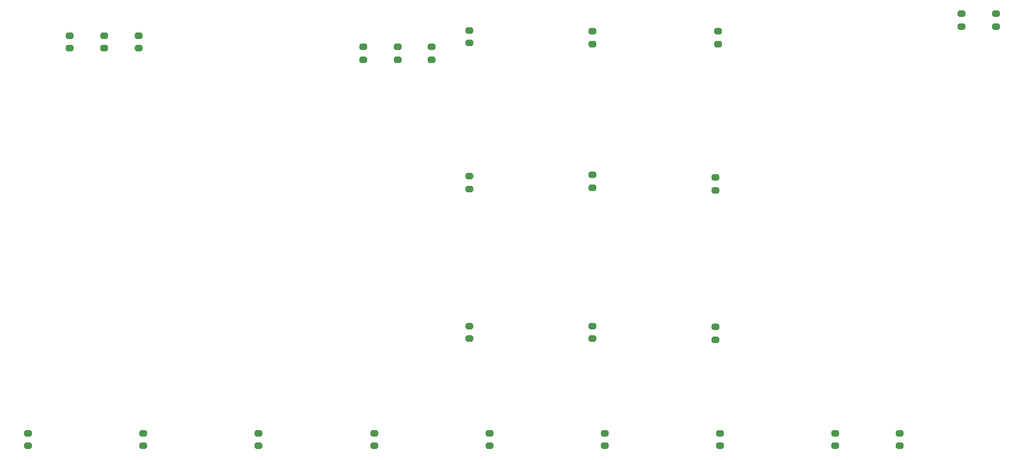
<source format=gbp>
G04 #@! TF.GenerationSoftware,KiCad,Pcbnew,8.0.2*
G04 #@! TF.CreationDate,2024-05-04T10:06:42+05:30*
G04 #@! TF.ProjectId,macroglider,6d616372-6f67-46c6-9964-65722e6b6963,V1*
G04 #@! TF.SameCoordinates,Original*
G04 #@! TF.FileFunction,Paste,Bot*
G04 #@! TF.FilePolarity,Positive*
%FSLAX46Y46*%
G04 Gerber Fmt 4.6, Leading zero omitted, Abs format (unit mm)*
G04 Created by KiCad (PCBNEW 8.0.2) date 2024-05-04 10:06:42*
%MOMM*%
%LPD*%
G01*
G04 APERTURE LIST*
G04 Aperture macros list*
%AMRoundRect*
0 Rectangle with rounded corners*
0 $1 Rounding radius*
0 $2 $3 $4 $5 $6 $7 $8 $9 X,Y pos of 4 corners*
0 Add a 4 corners polygon primitive as box body*
4,1,4,$2,$3,$4,$5,$6,$7,$8,$9,$2,$3,0*
0 Add four circle primitives for the rounded corners*
1,1,$1+$1,$2,$3*
1,1,$1+$1,$4,$5*
1,1,$1+$1,$6,$7*
1,1,$1+$1,$8,$9*
0 Add four rect primitives between the rounded corners*
20,1,$1+$1,$2,$3,$4,$5,0*
20,1,$1+$1,$4,$5,$6,$7,0*
20,1,$1+$1,$6,$7,$8,$9,0*
20,1,$1+$1,$8,$9,$2,$3,0*%
G04 Aperture macros list end*
%ADD10RoundRect,0.200000X0.275000X-0.200000X0.275000X0.200000X-0.275000X0.200000X-0.275000X-0.200000X0*%
G04 APERTURE END LIST*
D10*
X172000000Y-62950000D03*
X172000000Y-64600000D03*
X156000000Y-62850000D03*
X156000000Y-64500000D03*
X188000000Y-82025000D03*
X188000000Y-83675000D03*
X156000000Y-81850000D03*
X156000000Y-83500000D03*
X113600000Y-115350000D03*
X113600000Y-117000000D03*
X151100000Y-65000000D03*
X151100000Y-66650000D03*
X156000000Y-101350000D03*
X156000000Y-103000000D03*
X172000000Y-81700000D03*
X172000000Y-83350000D03*
X224500000Y-60675000D03*
X224500000Y-62325000D03*
X158600000Y-115350000D03*
X158600000Y-117000000D03*
X142200000Y-65000000D03*
X142200000Y-66650000D03*
X98600000Y-115350000D03*
X98600000Y-117000000D03*
X113000000Y-63500000D03*
X113000000Y-65150000D03*
X173600000Y-115350000D03*
X173600000Y-117000000D03*
X146700000Y-65000000D03*
X146700000Y-66650000D03*
X143600000Y-115350000D03*
X143600000Y-117000000D03*
X108500000Y-63500000D03*
X108500000Y-65150000D03*
X128600000Y-115350000D03*
X128600000Y-117000000D03*
X188000000Y-101500000D03*
X188000000Y-103150000D03*
X220000000Y-60675000D03*
X220000000Y-62325000D03*
X212000000Y-115350000D03*
X212000000Y-117000000D03*
X172000000Y-101350000D03*
X172000000Y-103000000D03*
X188300000Y-62950000D03*
X188300000Y-64600000D03*
X203600000Y-115350000D03*
X203600000Y-117000000D03*
X188600000Y-115350000D03*
X188600000Y-117000000D03*
X104000000Y-63500000D03*
X104000000Y-65150000D03*
M02*

</source>
